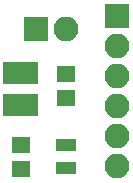
<source format=gts>
G04 #@! TF.FileFunction,Soldermask,Top*
%FSLAX46Y46*%
G04 Gerber Fmt 4.6, Leading zero omitted, Abs format (unit mm)*
G04 Created by KiCad (PCBNEW 4.0.2-stable) date Wednesday, 25 January 2017 'pmt' 12:35:03*
%MOMM*%
G01*
G04 APERTURE LIST*
%ADD10C,0.100000*%
%ADD11R,1.650000X1.400000*%
%ADD12R,2.100000X2.100000*%
%ADD13O,2.100000X2.100000*%
%ADD14R,1.700000X1.100000*%
%ADD15R,1.050000X1.960000*%
G04 APERTURE END LIST*
D10*
D11*
X152400000Y-111395000D03*
X152400000Y-113395000D03*
X156210000Y-105426000D03*
X156210000Y-107426000D03*
D12*
X153670000Y-101600000D03*
D13*
X156210000Y-101600000D03*
D12*
X160600000Y-100500000D03*
D13*
X160600000Y-103040000D03*
X160600000Y-105580000D03*
X160600000Y-108120000D03*
X160600000Y-110660000D03*
X160600000Y-113200000D03*
D14*
X156210000Y-111445000D03*
X156210000Y-113345000D03*
D15*
X153350000Y-105330000D03*
X152400000Y-105330000D03*
X151450000Y-105330000D03*
X151450000Y-108030000D03*
X153350000Y-108030000D03*
X152400000Y-108030000D03*
M02*

</source>
